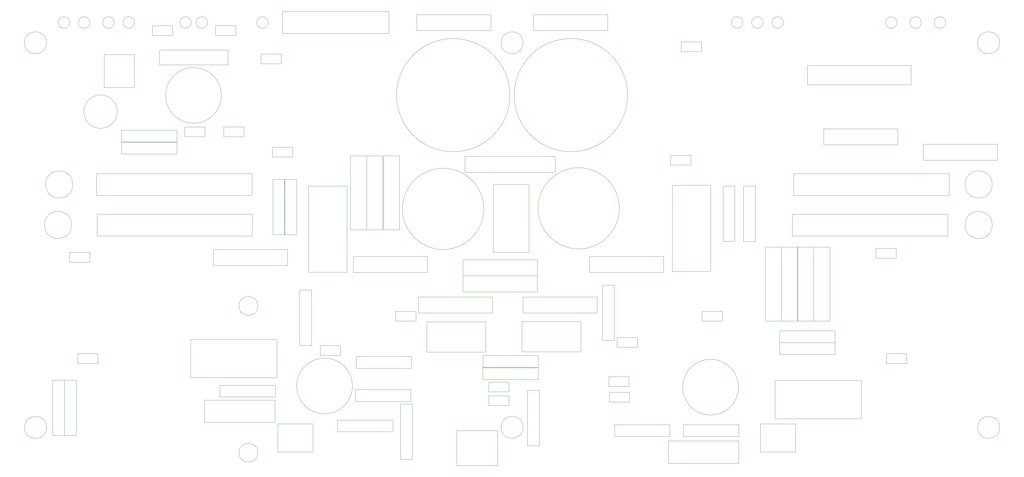
<source format=gbr>
G04 #@! TF.GenerationSoftware,KiCad,Pcbnew,(5.1.6)-1*
G04 #@! TF.CreationDate,2020-09-30T13:51:42+01:00*
G04 #@! TF.ProjectId,KIT88A,4b495438-3841-42e6-9b69-6361645f7063,rev?*
G04 #@! TF.SameCoordinates,Original*
G04 #@! TF.FileFunction,Other,User*
%FSLAX46Y46*%
G04 Gerber Fmt 4.6, Leading zero omitted, Abs format (unit mm)*
G04 Created by KiCad (PCBNEW (5.1.6)-1) date 2020-09-30 13:51:42*
%MOMM*%
%LPD*%
G01*
G04 APERTURE LIST*
%ADD10C,0.050000*%
G04 APERTURE END LIST*
D10*
X95025000Y-236537500D02*
G75*
G03*
X95025000Y-236537500I-2950000J0D01*
G01*
X95025000Y-190500000D02*
G75*
G03*
X95025000Y-190500000I-2950000J0D01*
G01*
X168707000Y-173736000D02*
X168707000Y-152400000D01*
X168755000Y-173736000D02*
X179883000Y-173736000D01*
X179883000Y-152400000D02*
X168707000Y-152400000D01*
X179883000Y-152400000D02*
X179883000Y-173736000D01*
X233934000Y-110744000D02*
X227584000Y-110744000D01*
X233934000Y-110744000D02*
X233934000Y-107696000D01*
X227584000Y-107696000D02*
X227584000Y-110744000D01*
X227584000Y-107696000D02*
X233934000Y-107696000D01*
X99568000Y-140716000D02*
X105918000Y-140716000D01*
X99568000Y-140716000D02*
X99568000Y-143764000D01*
X105918000Y-143764000D02*
X105918000Y-140716000D01*
X105918000Y-143764000D02*
X99568000Y-143764000D01*
X102362000Y-114554000D02*
X96012000Y-114554000D01*
X102362000Y-114554000D02*
X102362000Y-111506000D01*
X96012000Y-111506000D02*
X96012000Y-114554000D01*
X96012000Y-111506000D02*
X102362000Y-111506000D01*
X224282000Y-143256000D02*
X230632000Y-143256000D01*
X224282000Y-143256000D02*
X224282000Y-146304000D01*
X230632000Y-146304000D02*
X230632000Y-143256000D01*
X230632000Y-146304000D02*
X224282000Y-146304000D01*
X38608000Y-205486000D02*
X44958000Y-205486000D01*
X38608000Y-205486000D02*
X38608000Y-208534000D01*
X44958000Y-208534000D02*
X44958000Y-205486000D01*
X44958000Y-208534000D02*
X38608000Y-208534000D01*
X42418000Y-176784000D02*
X36068000Y-176784000D01*
X42418000Y-176784000D02*
X42418000Y-173736000D01*
X36068000Y-173736000D02*
X36068000Y-176784000D01*
X36068000Y-173736000D02*
X42418000Y-173736000D01*
X291846000Y-205486000D02*
X298196000Y-205486000D01*
X291846000Y-205486000D02*
X291846000Y-208534000D01*
X298196000Y-208534000D02*
X298196000Y-205486000D01*
X298196000Y-208534000D02*
X291846000Y-208534000D01*
X294894000Y-175514000D02*
X288544000Y-175514000D01*
X294894000Y-175514000D02*
X294894000Y-172466000D01*
X288544000Y-172466000D02*
X288544000Y-175514000D01*
X288544000Y-172466000D02*
X294894000Y-172466000D01*
X120904000Y-205994000D02*
X114554000Y-205994000D01*
X120904000Y-205994000D02*
X120904000Y-202946000D01*
X114554000Y-202946000D02*
X114554000Y-205994000D01*
X114554000Y-202946000D02*
X120904000Y-202946000D01*
X138151000Y-192126000D02*
X144501000Y-192126000D01*
X138151000Y-192126000D02*
X138151000Y-195174000D01*
X144501000Y-195174000D02*
X144501000Y-192126000D01*
X144501000Y-195174000D02*
X138151000Y-195174000D01*
X207518000Y-200406000D02*
X213868000Y-200406000D01*
X207518000Y-200406000D02*
X207518000Y-203454000D01*
X213868000Y-203454000D02*
X213868000Y-200406000D01*
X213868000Y-203454000D02*
X207518000Y-203454000D01*
X234061000Y-192126000D02*
X240411000Y-192126000D01*
X234061000Y-192126000D02*
X234061000Y-195174000D01*
X240411000Y-195174000D02*
X240411000Y-192126000D01*
X240411000Y-195174000D02*
X234061000Y-195174000D01*
X205016000Y-217576000D02*
X211366000Y-217576000D01*
X205016000Y-217576000D02*
X205016000Y-220624000D01*
X211366000Y-220624000D02*
X211366000Y-217576000D01*
X211366000Y-220624000D02*
X205016000Y-220624000D01*
X204838000Y-212687000D02*
X211188000Y-212687000D01*
X204838000Y-212687000D02*
X204838000Y-215735000D01*
X211188000Y-215735000D02*
X211188000Y-212687000D01*
X211188000Y-215735000D02*
X204838000Y-215735000D01*
X72136000Y-134366000D02*
X78486000Y-134366000D01*
X72136000Y-134366000D02*
X72136000Y-137414000D01*
X78486000Y-137414000D02*
X78486000Y-134366000D01*
X78486000Y-137414000D02*
X72136000Y-137414000D01*
X84328000Y-134366000D02*
X90678000Y-134366000D01*
X84328000Y-134366000D02*
X84328000Y-137414000D01*
X90678000Y-137414000D02*
X90678000Y-134366000D01*
X90678000Y-137414000D02*
X84328000Y-137414000D01*
X167322000Y-218643000D02*
X173672000Y-218643000D01*
X167322000Y-218643000D02*
X167322000Y-221691000D01*
X173672000Y-221691000D02*
X173672000Y-218643000D01*
X173672000Y-221691000D02*
X167322000Y-221691000D01*
X167322000Y-214376000D02*
X173672000Y-214376000D01*
X167322000Y-214376000D02*
X167322000Y-217424000D01*
X173672000Y-217424000D02*
X173672000Y-214376000D01*
X173672000Y-217424000D02*
X167322000Y-217424000D01*
X102677000Y-98150000D02*
X102677000Y-105050000D01*
X102677000Y-105050000D02*
X136067000Y-105050000D01*
X136067000Y-105050000D02*
X136067000Y-98150000D01*
X136067000Y-98150000D02*
X102677000Y-98150000D01*
X259610000Y-101600000D02*
G75*
G03*
X259610000Y-101600000I-1800000J0D01*
G01*
X310410000Y-101600000D02*
G75*
G03*
X310410000Y-101600000I-1800000J0D01*
G01*
X42440000Y-101600000D02*
G75*
G03*
X42440000Y-101600000I-1800000J0D01*
G01*
X50060000Y-101600000D02*
G75*
G03*
X50060000Y-101600000I-1800000J0D01*
G01*
X36090000Y-101600000D02*
G75*
G03*
X36090000Y-101600000I-1800000J0D01*
G01*
X98320000Y-101600000D02*
G75*
G03*
X98320000Y-101600000I-1800000J0D01*
G01*
X302790000Y-101600000D02*
G75*
G03*
X302790000Y-101600000I-1800000J0D01*
G01*
X246910000Y-101600000D02*
G75*
G03*
X246910000Y-101600000I-1800000J0D01*
G01*
X253260000Y-101600000D02*
G75*
G03*
X253260000Y-101600000I-1800000J0D01*
G01*
X295170000Y-101600000D02*
G75*
G03*
X295170000Y-101600000I-1800000J0D01*
G01*
X56410000Y-101600000D02*
G75*
G03*
X56410000Y-101600000I-1800000J0D01*
G01*
X93169400Y-148950000D02*
X44549400Y-148950000D01*
X93169400Y-155850000D02*
X93169400Y-148950000D01*
X44549400Y-155850000D02*
X93169400Y-155850000D01*
X44549400Y-148950000D02*
X44549400Y-155850000D01*
X262811000Y-148950000D02*
X262811000Y-155850000D01*
X262811000Y-155850000D02*
X311431000Y-155850000D01*
X311431000Y-155850000D02*
X311431000Y-148950000D01*
X311431000Y-148950000D02*
X262811000Y-148950000D01*
X44676400Y-161650000D02*
X44676400Y-168550000D01*
X44676400Y-168550000D02*
X93296400Y-168550000D01*
X93296400Y-168550000D02*
X93296400Y-161650000D01*
X93296400Y-161650000D02*
X44676400Y-161650000D01*
X311025000Y-161650000D02*
X262405000Y-161650000D01*
X311025000Y-168550000D02*
X311025000Y-161650000D01*
X262405000Y-168550000D02*
X311025000Y-168550000D01*
X262405000Y-161650000D02*
X262405000Y-168550000D01*
X28850000Y-228600000D02*
G75*
G03*
X28850000Y-228600000I-3450000J0D01*
G01*
X178075000Y-228600000D02*
G75*
G03*
X178075000Y-228600000I-3450000J0D01*
G01*
X327300000Y-228600000D02*
G75*
G03*
X327300000Y-228600000I-3450000J0D01*
G01*
X28850000Y-107950000D02*
G75*
G03*
X28850000Y-107950000I-3450000J0D01*
G01*
X178075000Y-107950000D02*
G75*
G03*
X178075000Y-107950000I-3450000J0D01*
G01*
X327300000Y-107950000D02*
G75*
G03*
X327300000Y-107950000I-3450000J0D01*
G01*
X173960000Y-124380000D02*
G75*
G03*
X173960000Y-124380000I-17750000J0D01*
G01*
X210790000Y-124380000D02*
G75*
G03*
X210790000Y-124380000I-17750000J0D01*
G01*
X83620000Y-124460000D02*
G75*
G03*
X83620000Y-124460000I-8750000J0D01*
G01*
X51030000Y-129540000D02*
G75*
G03*
X51030000Y-129540000I-5250000J0D01*
G01*
X165785000Y-160062000D02*
G75*
G03*
X165785000Y-160062000I-12750000J0D01*
G01*
X208241000Y-159884000D02*
G75*
G03*
X208241000Y-159884000I-12750000J0D01*
G01*
X122916000Y-152855000D02*
X110916000Y-152855000D01*
X110916000Y-152855000D02*
X110916000Y-179855000D01*
X110916000Y-179855000D02*
X122916000Y-179855000D01*
X122916000Y-179855000D02*
X122916000Y-152855000D01*
X236759000Y-152652000D02*
X224759000Y-152652000D01*
X224759000Y-152652000D02*
X224759000Y-179652000D01*
X224759000Y-179652000D02*
X236759000Y-179652000D01*
X236759000Y-179652000D02*
X236759000Y-152652000D01*
X37071800Y-152400000D02*
G75*
G03*
X37071800Y-152400000I-4250000J0D01*
G01*
X324971000Y-152400000D02*
G75*
G03*
X324971000Y-152400000I-4250000J0D01*
G01*
X36716200Y-165100000D02*
G75*
G03*
X36716200Y-165100000I-4250000J0D01*
G01*
X324971000Y-165100000D02*
G75*
G03*
X324971000Y-165100000I-4250000J0D01*
G01*
X147856000Y-195453000D02*
X147856000Y-204953000D01*
X147856000Y-204953000D02*
X166356000Y-204953000D01*
X166356000Y-204953000D02*
X166356000Y-195453000D01*
X166356000Y-195453000D02*
X147856000Y-195453000D01*
X177687000Y-204851000D02*
X196187000Y-204851000D01*
X177687000Y-195351000D02*
X177687000Y-204851000D01*
X196187000Y-195351000D02*
X177687000Y-195351000D01*
X196187000Y-204851000D02*
X196187000Y-195351000D01*
X100950000Y-201010000D02*
X73950000Y-201010000D01*
X100950000Y-213010000D02*
X100950000Y-201010000D01*
X73950000Y-213010000D02*
X100950000Y-213010000D01*
X73950000Y-201010000D02*
X73950000Y-213010000D01*
X283957000Y-213837000D02*
X256957000Y-213837000D01*
X283957000Y-225837000D02*
X283957000Y-213837000D01*
X256957000Y-225837000D02*
X283957000Y-225837000D01*
X256957000Y-213837000D02*
X256957000Y-225837000D01*
X124663000Y-215592000D02*
G75*
G03*
X124663000Y-215592000I-8750000J0D01*
G01*
X245542000Y-215973000D02*
G75*
G03*
X245542000Y-215973000I-8750000J0D01*
G01*
X100376700Y-226995000D02*
X100376700Y-219995000D01*
X100376700Y-219995000D02*
X78276700Y-219995000D01*
X78276700Y-219995000D02*
X78276700Y-226995000D01*
X78276700Y-226995000D02*
X100376700Y-226995000D01*
X52290000Y-139010000D02*
X69630000Y-139010000D01*
X52290000Y-135310000D02*
X52290000Y-139010000D01*
X69630000Y-135310000D02*
X52290000Y-135310000D01*
X69630000Y-139010000D02*
X69630000Y-135310000D01*
X52290000Y-139120000D02*
X52290000Y-142820000D01*
X52290000Y-142820000D02*
X69630000Y-142820000D01*
X69630000Y-142820000D02*
X69630000Y-139120000D01*
X69630000Y-139120000D02*
X52290000Y-139120000D01*
X129056000Y-143393000D02*
X124056000Y-143393000D01*
X124056000Y-143393000D02*
X124056000Y-166613000D01*
X124056000Y-166613000D02*
X129056000Y-166613000D01*
X129056000Y-166613000D02*
X129056000Y-143393000D01*
X107133000Y-150791000D02*
X103433000Y-150791000D01*
X103433000Y-150791000D02*
X103433000Y-168131000D01*
X103433000Y-168131000D02*
X107133000Y-168131000D01*
X107133000Y-168131000D02*
X107133000Y-150791000D01*
X99699000Y-150778000D02*
X99699000Y-168118000D01*
X103399000Y-150778000D02*
X99699000Y-150778000D01*
X103399000Y-168118000D02*
X103399000Y-150778000D01*
X99699000Y-168118000D02*
X103399000Y-168118000D01*
X244369000Y-170239000D02*
X244369000Y-152899000D01*
X240669000Y-170239000D02*
X244369000Y-170239000D01*
X240669000Y-152899000D02*
X240669000Y-170239000D01*
X244369000Y-152899000D02*
X240669000Y-152899000D01*
X247070000Y-152912000D02*
X247070000Y-170252000D01*
X250770000Y-152912000D02*
X247070000Y-152912000D01*
X250770000Y-170252000D02*
X250770000Y-152912000D01*
X247070000Y-170252000D02*
X250770000Y-170252000D01*
X295366000Y-134901000D02*
X272146000Y-134901000D01*
X295366000Y-139901000D02*
X295366000Y-134901000D01*
X272146000Y-139901000D02*
X295366000Y-139901000D01*
X272146000Y-134901000D02*
X272146000Y-139901000D01*
X124915000Y-180008000D02*
X148135000Y-180008000D01*
X124915000Y-175008000D02*
X124915000Y-180008000D01*
X148135000Y-175008000D02*
X124915000Y-175008000D01*
X148135000Y-180008000D02*
X148135000Y-175008000D01*
X222049000Y-175008000D02*
X198829000Y-175008000D01*
X222049000Y-180008000D02*
X222049000Y-175008000D01*
X198829000Y-180008000D02*
X222049000Y-180008000D01*
X198829000Y-175008000D02*
X198829000Y-180008000D01*
X145273000Y-192670000D02*
X168493000Y-192670000D01*
X145273000Y-187670000D02*
X145273000Y-192670000D01*
X168493000Y-187670000D02*
X145273000Y-187670000D01*
X168493000Y-192670000D02*
X168493000Y-187670000D01*
X201234000Y-187670000D02*
X178014000Y-187670000D01*
X201234000Y-192670000D02*
X201234000Y-187670000D01*
X178014000Y-192670000D02*
X201234000Y-192670000D01*
X178014000Y-187670000D02*
X178014000Y-192670000D01*
X111807000Y-202828000D02*
X111807000Y-185488000D01*
X108107000Y-202828000D02*
X111807000Y-202828000D01*
X108107000Y-185488000D02*
X108107000Y-202828000D01*
X111807000Y-185488000D02*
X108107000Y-185488000D01*
X206587000Y-183964000D02*
X202887000Y-183964000D01*
X202887000Y-183964000D02*
X202887000Y-201304000D01*
X202887000Y-201304000D02*
X206587000Y-201304000D01*
X206587000Y-201304000D02*
X206587000Y-183964000D01*
X258411000Y-198264000D02*
X258411000Y-201964000D01*
X258411000Y-201964000D02*
X275751000Y-201964000D01*
X275751000Y-201964000D02*
X275751000Y-198264000D01*
X275751000Y-198264000D02*
X258411000Y-198264000D01*
X258424000Y-205723000D02*
X275764000Y-205723000D01*
X258424000Y-202023000D02*
X258424000Y-205723000D01*
X275764000Y-202023000D02*
X258424000Y-202023000D01*
X275764000Y-205723000D02*
X275764000Y-202023000D01*
X143125000Y-210016000D02*
X143125000Y-206316000D01*
X143125000Y-206316000D02*
X125785000Y-206316000D01*
X125785000Y-206316000D02*
X125785000Y-210016000D01*
X125785000Y-210016000D02*
X143125000Y-210016000D01*
X165472000Y-206062000D02*
X165472000Y-209762000D01*
X165472000Y-209762000D02*
X182812000Y-209762000D01*
X182812000Y-209762000D02*
X182812000Y-206062000D01*
X182812000Y-206062000D02*
X165472000Y-206062000D01*
X34412800Y-213783000D02*
X30712800Y-213783000D01*
X30712800Y-213783000D02*
X30712800Y-231123000D01*
X30712800Y-231123000D02*
X34412800Y-231123000D01*
X34412800Y-231123000D02*
X34412800Y-213783000D01*
X38172000Y-231110000D02*
X38172000Y-213770000D01*
X34472000Y-231110000D02*
X38172000Y-231110000D01*
X34472000Y-213770000D02*
X34472000Y-231110000D01*
X38172000Y-213770000D02*
X34472000Y-213770000D01*
X81100000Y-177760000D02*
X104320000Y-177760000D01*
X81100000Y-172760000D02*
X81100000Y-177760000D01*
X104320000Y-172760000D02*
X81100000Y-172760000D01*
X104320000Y-177760000D02*
X104320000Y-172760000D01*
X326570000Y-144740000D02*
X326570000Y-139740000D01*
X326570000Y-139740000D02*
X303350000Y-139740000D01*
X303350000Y-139740000D02*
X303350000Y-144740000D01*
X303350000Y-144740000D02*
X326570000Y-144740000D01*
X142883000Y-220417000D02*
X142883000Y-216717000D01*
X142883000Y-216717000D02*
X125543000Y-216717000D01*
X125543000Y-216717000D02*
X125543000Y-220417000D01*
X125543000Y-220417000D02*
X142883000Y-220417000D01*
X165460000Y-213546000D02*
X182800000Y-213546000D01*
X165460000Y-209846000D02*
X165460000Y-213546000D01*
X182800000Y-209846000D02*
X165460000Y-209846000D01*
X182800000Y-213546000D02*
X182800000Y-209846000D01*
X139717000Y-221213000D02*
X139717000Y-238553000D01*
X143417000Y-221213000D02*
X139717000Y-221213000D01*
X143417000Y-238553000D02*
X143417000Y-221213000D01*
X139717000Y-238553000D02*
X143417000Y-238553000D01*
X179404000Y-234324000D02*
X183104000Y-234324000D01*
X183104000Y-234324000D02*
X183104000Y-216984000D01*
X183104000Y-216984000D02*
X179404000Y-216984000D01*
X179404000Y-216984000D02*
X179404000Y-234324000D01*
X83163700Y-219020000D02*
X100503700Y-219020000D01*
X83163700Y-215320000D02*
X83163700Y-219020000D01*
X100503700Y-215320000D02*
X83163700Y-215320000D01*
X100503700Y-219020000D02*
X100503700Y-215320000D01*
X228248000Y-227741000D02*
X228248000Y-231441000D01*
X228248000Y-231441000D02*
X245588000Y-231441000D01*
X245588000Y-231441000D02*
X245588000Y-227741000D01*
X245588000Y-227741000D02*
X228248000Y-227741000D01*
X137283000Y-229955000D02*
X137283000Y-226255000D01*
X137283000Y-226255000D02*
X119943000Y-226255000D01*
X119943000Y-226255000D02*
X119943000Y-229955000D01*
X119943000Y-229955000D02*
X137283000Y-229955000D01*
X206697000Y-231428000D02*
X224037000Y-231428000D01*
X206697000Y-227728000D02*
X206697000Y-231428000D01*
X224037000Y-227728000D02*
X206697000Y-227728000D01*
X224037000Y-231428000D02*
X224037000Y-227728000D01*
X139317000Y-143381000D02*
X134317000Y-143381000D01*
X134317000Y-143381000D02*
X134317000Y-166601000D01*
X134317000Y-166601000D02*
X139317000Y-166601000D01*
X139317000Y-166601000D02*
X139317000Y-143381000D01*
X134085000Y-166601000D02*
X134085000Y-143381000D01*
X129085000Y-166601000D02*
X134085000Y-166601000D01*
X129085000Y-143381000D02*
X129085000Y-166601000D01*
X134085000Y-143381000D02*
X129085000Y-143381000D01*
X263993000Y-171994000D02*
X258993000Y-171994000D01*
X258993000Y-171994000D02*
X258993000Y-195214000D01*
X258993000Y-195214000D02*
X263993000Y-195214000D01*
X263993000Y-195214000D02*
X263993000Y-171994000D01*
X258938000Y-171994000D02*
X253938000Y-171994000D01*
X253938000Y-171994000D02*
X253938000Y-195214000D01*
X253938000Y-195214000D02*
X258938000Y-195214000D01*
X258938000Y-195214000D02*
X258938000Y-171994000D01*
X269090000Y-195214000D02*
X274090000Y-195214000D01*
X274090000Y-195214000D02*
X274090000Y-171994000D01*
X274090000Y-171994000D02*
X269090000Y-171994000D01*
X269090000Y-171994000D02*
X269090000Y-195214000D01*
X264035000Y-195214000D02*
X269035000Y-195214000D01*
X269035000Y-195214000D02*
X269035000Y-171994000D01*
X269035000Y-171994000D02*
X264035000Y-171994000D01*
X264035000Y-171994000D02*
X264035000Y-195214000D01*
X159268000Y-175973000D02*
X159268000Y-180973000D01*
X159268000Y-180973000D02*
X182488000Y-180973000D01*
X182488000Y-180973000D02*
X182488000Y-175973000D01*
X182488000Y-175973000D02*
X159268000Y-175973000D01*
X182488000Y-181028000D02*
X159268000Y-181028000D01*
X182488000Y-186028000D02*
X182488000Y-181028000D01*
X159268000Y-186028000D02*
X182488000Y-186028000D01*
X159268000Y-181028000D02*
X159268000Y-186028000D01*
X144778000Y-99100000D02*
X144778000Y-104100000D01*
X144778000Y-104100000D02*
X167998000Y-104100000D01*
X167998000Y-104100000D02*
X167998000Y-99100000D01*
X167998000Y-99100000D02*
X144778000Y-99100000D01*
X204574000Y-99100000D02*
X181354000Y-99100000D01*
X204574000Y-104100000D02*
X204574000Y-99100000D01*
X181354000Y-104100000D02*
X204574000Y-104100000D01*
X181354000Y-99100000D02*
X181354000Y-104100000D01*
X223461000Y-232809000D02*
X223461000Y-239809000D01*
X223461000Y-239809000D02*
X245561000Y-239809000D01*
X245561000Y-239809000D02*
X245561000Y-232809000D01*
X245561000Y-232809000D02*
X223461000Y-232809000D01*
X112290000Y-227460000D02*
X101280000Y-227460000D01*
X101280000Y-227460000D02*
X101280000Y-236240000D01*
X101280000Y-236240000D02*
X112290000Y-236240000D01*
X112290000Y-236240000D02*
X112290000Y-227460000D01*
X263420000Y-236240000D02*
X263420000Y-227460000D01*
X252410000Y-236240000D02*
X263420000Y-236240000D01*
X252410000Y-227460000D02*
X252410000Y-236240000D01*
X263420000Y-227460000D02*
X252410000Y-227460000D01*
X170050000Y-240560000D02*
X170050000Y-229550000D01*
X170050000Y-229550000D02*
X157310000Y-229550000D01*
X157310000Y-229550000D02*
X157310000Y-240560000D01*
X157310000Y-240560000D02*
X170050000Y-240560000D01*
X188140000Y-148550000D02*
X188140000Y-143550000D01*
X188140000Y-143550000D02*
X159840000Y-143550000D01*
X159840000Y-143550000D02*
X159840000Y-148550000D01*
X159840000Y-148550000D02*
X188140000Y-148550000D01*
X267065000Y-121109000D02*
X267065000Y-115009000D01*
X299565000Y-121109000D02*
X267065000Y-121109000D01*
X299565000Y-115009000D02*
X299565000Y-121109000D01*
X267065000Y-115009000D02*
X299565000Y-115009000D01*
X56260000Y-121990000D02*
X46910000Y-121990000D01*
X56260000Y-121990000D02*
X56260000Y-111680000D01*
X46910000Y-111680000D02*
X46910000Y-121990000D01*
X46910000Y-111680000D02*
X56260000Y-111680000D01*
X85660000Y-110230000D02*
X64210000Y-110230000D01*
X85660000Y-110230000D02*
X85660000Y-114880000D01*
X64210000Y-114880000D02*
X64210000Y-110230000D01*
X64210000Y-114880000D02*
X85660000Y-114880000D01*
X79270000Y-101600000D02*
G75*
G03*
X79270000Y-101600000I-1800000J0D01*
G01*
X74190000Y-101600000D02*
G75*
G03*
X74190000Y-101600000I-1800000J0D01*
G01*
X81788000Y-102616000D02*
X88138000Y-102616000D01*
X81788000Y-102616000D02*
X81788000Y-105664000D01*
X88138000Y-105664000D02*
X88138000Y-102616000D01*
X88138000Y-105664000D02*
X81788000Y-105664000D01*
X68326000Y-105664000D02*
X61976000Y-105664000D01*
X68326000Y-105664000D02*
X68326000Y-102616000D01*
X61976000Y-102616000D02*
X61976000Y-105664000D01*
X61976000Y-102616000D02*
X68326000Y-102616000D01*
M02*

</source>
